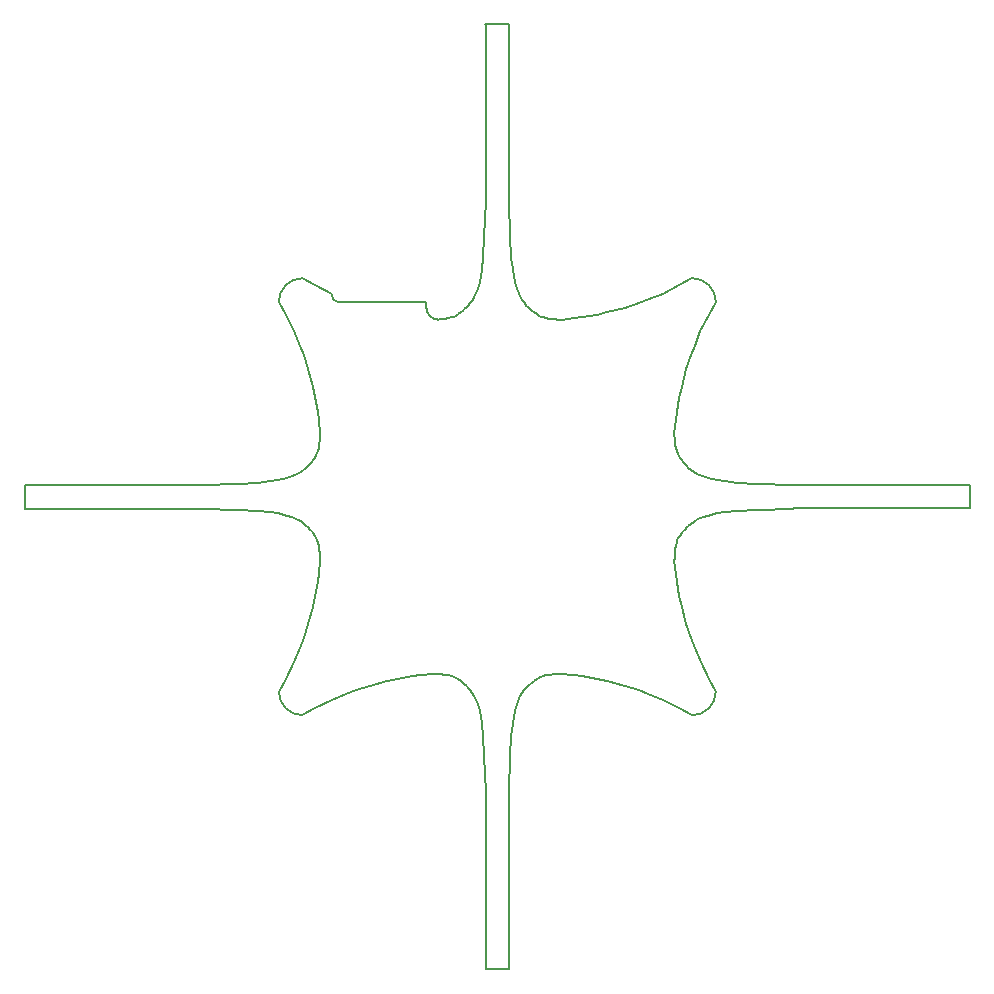
<source format=gm1>
%TF.GenerationSoftware,KiCad,Pcbnew,6.0.2-378541a8eb~116~ubuntu20.04.1*%
%TF.CreationDate,2022-03-13T20:34:00-06:00*%
%TF.ProjectId,Crazyflie contol board,4372617a-7966-46c6-9965-20636f6e746f,F*%
%TF.SameCoordinates,Original*%
%TF.FileFunction,Profile,NP*%
%FSLAX46Y46*%
G04 Gerber Fmt 4.6, Leading zero omitted, Abs format (unit mm)*
G04 Created by KiCad (PCBNEW 6.0.2-378541a8eb~116~ubuntu20.04.1) date 2022-03-13 20:34:00*
%MOMM*%
%LPD*%
G01*
G04 APERTURE LIST*
%TA.AperFunction,Profile*%
%ADD10C,0.200660*%
%TD*%
%TA.AperFunction,Profile*%
%ADD11C,0.200000*%
%TD*%
G04 APERTURE END LIST*
D10*
X99999800Y-99999800D02*
X115001040Y-100002340D01*
X99999800Y-102003860D02*
X100000000Y-99999800D01*
X139000000Y-126000000D02*
X139000000Y-141000000D01*
X141000000Y-61000000D02*
X141000000Y-76000000D01*
X139000000Y-76000000D02*
X139000000Y-61000000D01*
X99999800Y-102003860D02*
X114999720Y-102003100D01*
X165000000Y-102000000D02*
X180000000Y-102000000D01*
X179999640Y-99999800D02*
X180000000Y-102000000D01*
X141000000Y-126000000D02*
X141000000Y-141000000D01*
X165000000Y-100000000D02*
X180000000Y-100000000D01*
X138998960Y-61003180D02*
X141000480Y-61003180D01*
X141000000Y-141000000D02*
X139000000Y-141000000D01*
D11*
%TO.C,PCB_EDGE2*%
X160259720Y-99833100D02*
X161969720Y-99913100D01*
D10*
X156380180Y-98712020D02*
X156169360Y-98534220D01*
X157899100Y-85603080D02*
X158501080Y-84500720D01*
D11*
X159259720Y-99703100D02*
X160256220Y-99833100D01*
X141089720Y-79033100D02*
X140999720Y-76003100D01*
X141892020Y-83980020D02*
X141719720Y-83583100D01*
D10*
X152801320Y-84300060D02*
X154002740Y-83799680D01*
X142120620Y-84383880D02*
X142303500Y-84637880D01*
X148402040Y-85600540D02*
X149301200Y-85399880D01*
X150802340Y-85001100D02*
X152001220Y-84599780D01*
D11*
X141419720Y-82413100D02*
X141299720Y-81743100D01*
D10*
X155402280Y-83101180D02*
X156502100Y-82501740D01*
D11*
X141978380Y-84157820D02*
X141892020Y-83980020D01*
D10*
X143680180Y-85752940D02*
X143852900Y-85821520D01*
X155171140Y-97111820D02*
X155100020Y-96852740D01*
D11*
X157419720Y-99283100D02*
X157839720Y-99413100D01*
D10*
X155000960Y-95793560D02*
X155000960Y-95572580D01*
X155361640Y-97543620D02*
X155260040Y-97345500D01*
X147203160Y-85801200D02*
X148402040Y-85600540D01*
X145435320Y-86001860D02*
X146502120Y-85900260D01*
X156872940Y-99044760D02*
X156659580Y-98912680D01*
X143499840Y-85664040D02*
X143680180Y-85752940D01*
X155600400Y-91704160D02*
X155999180Y-90203020D01*
X142930880Y-85272880D02*
X143098520Y-85402420D01*
X155059380Y-96613980D02*
X155008580Y-96139000D01*
D11*
X141299720Y-81743100D02*
X141169720Y-80749140D01*
D10*
X156400500Y-89004140D02*
X156700220Y-88204040D01*
X144388840Y-85943440D02*
X144868900Y-85994240D01*
X155999180Y-90203020D02*
X156400500Y-89004140D01*
X142468600Y-84833460D02*
X142303500Y-84637880D01*
X157200600Y-87002620D02*
X157899100Y-85603080D01*
X156029660Y-98402140D02*
X155859480Y-98224340D01*
X155859480Y-98224340D02*
X155729940Y-98071940D01*
X155008580Y-96139000D02*
X155000960Y-95793560D01*
X155600400Y-97904300D02*
X155450540Y-97683320D01*
X145171160Y-85999320D02*
X145435320Y-86001860D01*
D11*
X161969720Y-99913100D02*
X164999720Y-100003100D01*
D10*
X149301200Y-85399880D02*
X150802340Y-85001100D01*
X142468600Y-84833460D02*
X142600680Y-84973160D01*
X142778480Y-85143340D02*
X142930880Y-85272880D01*
D11*
X157839720Y-99413100D02*
X158597600Y-99583100D01*
X158599720Y-99583100D02*
X159259720Y-99703100D01*
D10*
X155000960Y-95572580D02*
X155100020Y-94503240D01*
X155100020Y-94503240D02*
X155199080Y-93802200D01*
D11*
X156869720Y-99043100D02*
X157069720Y-99143100D01*
X157069720Y-99143100D02*
X157419720Y-99283100D01*
D10*
X146502120Y-85900260D02*
X147203160Y-85801200D01*
X143319500Y-85552280D02*
X143499840Y-85664040D01*
X156700220Y-88204040D02*
X157200600Y-87002620D01*
D11*
X141589720Y-83163100D02*
X141419720Y-82413100D01*
D10*
X143852900Y-85821520D02*
X144150080Y-85902800D01*
X156169360Y-98534220D02*
X156029660Y-98402140D01*
X155199080Y-93802200D02*
X155399740Y-92603320D01*
X141978380Y-84157820D02*
X142120620Y-84383880D01*
X154002740Y-83799680D02*
X155402280Y-83101180D01*
X152001220Y-84599780D02*
X152801320Y-84300060D01*
X143098520Y-85402420D02*
X143319500Y-85552280D01*
D11*
X141169720Y-80746600D02*
X141089720Y-79033100D01*
D10*
X155729940Y-98071940D02*
X155600400Y-97904300D01*
X155450540Y-97683320D02*
X155361640Y-97543620D01*
X144868900Y-85994240D02*
X145173700Y-85999320D01*
X142600680Y-84973160D02*
X142778480Y-85143340D01*
X155100020Y-96852740D02*
X155059380Y-96613980D01*
X155260040Y-97345500D02*
X155171140Y-97111820D01*
X155399740Y-92603320D02*
X155600400Y-91704160D01*
X144150080Y-85902800D02*
X144388840Y-85943440D01*
D11*
X141719720Y-83583100D02*
X141589720Y-83163100D01*
D10*
X156659580Y-98912680D02*
X156380180Y-98712020D01*
X158501080Y-84500720D02*
G75*
G03*
X156502100Y-82501740I-2001518J-2538D01*
G01*
%TO.C,PCB_EDGE1*%
X136319260Y-85752940D02*
X136138920Y-85824060D01*
X136679940Y-85552280D02*
X136499600Y-85664040D01*
X124749560Y-97322640D02*
X124820680Y-97142300D01*
X137398760Y-84973160D02*
X137220960Y-85143340D01*
D11*
X138279720Y-83583100D02*
X138409720Y-83163100D01*
D10*
X137530840Y-84833460D02*
X137398760Y-84973160D01*
D11*
X122585480Y-99280980D02*
X122156220Y-99410520D01*
D10*
X124139960Y-98224340D02*
X124269500Y-98071940D01*
X124599700Y-83103720D02*
X123499880Y-82504280D01*
X136499600Y-85664040D02*
X136319260Y-85752940D01*
X123997720Y-90200480D02*
X123596400Y-89001600D01*
X137708640Y-84622640D02*
X137530840Y-84833460D01*
X124548900Y-97683320D02*
X124660660Y-97502980D01*
D11*
X121401840Y-99583240D02*
X120728740Y-99705160D01*
D10*
X122097800Y-85600540D02*
X121498360Y-84500720D01*
X123167140Y-99021900D02*
X123400820Y-98877120D01*
X123400820Y-98877120D02*
X123804680Y-98559620D01*
X138043920Y-84127340D02*
X137909300Y-84343240D01*
X124597160Y-92600780D02*
X124396500Y-91701620D01*
D11*
X138579860Y-82417920D02*
X138699720Y-81743100D01*
D10*
X124396500Y-91701620D02*
X123997720Y-90200480D01*
X124940060Y-96613980D02*
X124990860Y-96136460D01*
X123987560Y-98386900D02*
X124139960Y-98224340D01*
X134000240Y-85003640D02*
X134000240Y-84503260D01*
X135610600Y-85943440D02*
X135138160Y-85994240D01*
X124990860Y-96133920D02*
X124998480Y-95793560D01*
D11*
X138043920Y-84127340D02*
X138139720Y-83933100D01*
D10*
X123596400Y-89001600D02*
X123296680Y-88201500D01*
X124896880Y-94500700D02*
X124797820Y-93799660D01*
X125999240Y-84002880D02*
X125999240Y-83802220D01*
D11*
X138409680Y-83163100D02*
X138579720Y-82415380D01*
D10*
X124998480Y-95791020D02*
X124993400Y-95577660D01*
D11*
X122156220Y-99410520D02*
X121399720Y-99583100D01*
X138828780Y-80751680D02*
X138909720Y-79033100D01*
D10*
X137909300Y-84343240D02*
X137708640Y-84622640D01*
X124797820Y-93799660D02*
X124597160Y-92600780D01*
X124660660Y-97502980D02*
X124749560Y-97322640D01*
X135849360Y-85902800D02*
X135610600Y-85943440D01*
X134000240Y-84503260D02*
X126499620Y-84503260D01*
X136900920Y-85402420D02*
X136679940Y-85552280D01*
D11*
X123167140Y-99021900D02*
X122902980Y-99153980D01*
D10*
X124993400Y-95577660D02*
X124896880Y-94500700D01*
X124820680Y-97142300D02*
X124899420Y-96852740D01*
X134998460Y-86001860D02*
X135140700Y-85994240D01*
X137068560Y-85272880D02*
X136900920Y-85402420D01*
X123296680Y-88201500D02*
X122796300Y-87000080D01*
D11*
X120728740Y-99705160D02*
X119749720Y-99833100D01*
X138699720Y-81743100D02*
X138828780Y-80751680D01*
D10*
X125999240Y-83802220D02*
X124599700Y-83103720D01*
D11*
X138139720Y-83933100D02*
X138279720Y-83583100D01*
D10*
X124899420Y-96852740D02*
X124940060Y-96613980D01*
X122796300Y-87000080D02*
X122097800Y-85600540D01*
X124399040Y-97904300D02*
X124548900Y-97683320D01*
D11*
X118029720Y-99913100D02*
X114999720Y-100003100D01*
X119749720Y-99833100D02*
X118029720Y-99913100D01*
X122902980Y-99153980D02*
X122585480Y-99280980D01*
D10*
X136138920Y-85824060D02*
X135849360Y-85902800D01*
D11*
X138909720Y-79033100D02*
X138999720Y-76003100D01*
D10*
X124269500Y-98071940D02*
X124399040Y-97904300D01*
X137220960Y-85143340D02*
X137068560Y-85272880D01*
X123804680Y-98559620D02*
X123987560Y-98386900D01*
X123499880Y-82501738D02*
G75*
G03*
X121498360Y-84500720I1J-2001523D01*
G01*
X125999240Y-84002880D02*
G75*
G03*
X126499620Y-84503260I500380J0D01*
G01*
X134000240Y-85003640D02*
G75*
G03*
X134998460Y-86001860I998220J0D01*
G01*
%TO.C,PCB_EDGE3*%
X156845000Y-102981760D02*
X156618940Y-103124000D01*
X156702760Y-113804700D02*
X157203140Y-115006120D01*
X155059380Y-105392220D02*
X155008580Y-105872280D01*
D11*
X141589720Y-118843100D02*
X141419720Y-119600980D01*
D10*
X157901640Y-116405660D02*
X158501080Y-117505480D01*
X144150080Y-116103400D02*
X144388840Y-116062760D01*
D11*
X159259720Y-102303100D02*
X160253680Y-102173100D01*
D10*
X155600400Y-104101900D02*
X155450540Y-104322880D01*
D11*
X161969720Y-102093100D02*
X164999720Y-102003100D01*
D10*
X148399500Y-116403120D02*
X149298660Y-116603780D01*
X157203140Y-115006120D02*
X157901640Y-116405660D01*
X149298660Y-116603780D02*
X150799800Y-117002560D01*
X144863820Y-116011960D02*
X145209260Y-116004340D01*
X155000960Y-106438700D02*
X155102560Y-107505500D01*
X155100020Y-105153460D02*
X155059380Y-105392220D01*
X156029660Y-103604060D02*
X155859480Y-103781860D01*
X155008580Y-105872280D02*
X155003500Y-106177080D01*
X155249880Y-104683560D02*
X155181300Y-104856280D01*
X156001720Y-111805720D02*
X156403040Y-113004600D01*
D11*
X141299720Y-120263100D02*
X141169720Y-121259600D01*
D10*
X143098520Y-116603780D02*
X143319500Y-116453920D01*
X142290800Y-117383560D02*
X142468600Y-117172740D01*
X142090140Y-117662960D02*
X142290800Y-117383560D01*
X156618940Y-103124000D02*
X156364940Y-103306880D01*
X142930880Y-116733320D02*
X143098520Y-116603780D01*
D11*
X158589720Y-102423100D02*
X159259720Y-102303100D01*
X157419720Y-102723100D02*
X157839720Y-102593100D01*
D10*
X156169360Y-103471980D02*
X156364940Y-103306880D01*
X143657320Y-116263420D02*
X143891000Y-116174520D01*
X155450540Y-104322880D02*
X155338780Y-104503220D01*
X155003500Y-106174540D02*
X155000960Y-106438700D01*
X145430240Y-116004340D02*
X146499580Y-116103400D01*
X156403040Y-113004600D02*
X156702760Y-113804700D01*
X142468600Y-117172740D02*
X142600680Y-117033040D01*
D11*
X141719720Y-118423100D02*
X141589720Y-118843100D01*
D10*
X142600680Y-117033040D02*
X142778480Y-116862860D01*
X155402280Y-109405420D02*
X155602940Y-110304580D01*
D11*
X141169720Y-121263100D02*
X141089720Y-122973100D01*
D10*
X144388840Y-116062760D02*
X144863820Y-116011960D01*
X155729940Y-103934260D02*
X155600400Y-104101900D01*
X156169360Y-103471980D02*
X156029660Y-103604060D01*
X152798780Y-117703600D02*
X154000200Y-118203980D01*
D11*
X141859720Y-118073100D02*
X141719720Y-118423100D01*
X141419720Y-119603100D02*
X141299720Y-120263100D01*
D10*
X142778480Y-116862860D02*
X142930880Y-116733320D01*
X146499580Y-116103400D02*
X147200620Y-116202460D01*
X143319500Y-116453920D02*
X143459200Y-116365020D01*
X151998680Y-117403880D02*
X152798780Y-117703600D01*
X155338780Y-104503220D02*
X155249880Y-104683560D01*
X150799800Y-117002560D02*
X151998680Y-117403880D01*
X155201620Y-108206540D02*
X155402280Y-109405420D01*
X155859480Y-103781860D02*
X155729940Y-103934260D01*
D11*
X141089720Y-122973100D02*
X140999720Y-126003100D01*
D10*
X155602940Y-110304580D02*
X156001720Y-111805720D01*
X145209260Y-116004340D02*
X145430240Y-116004340D01*
X147200620Y-116202460D02*
X148399500Y-116403120D01*
X154000200Y-118203980D02*
X155399740Y-118902480D01*
D11*
X156845000Y-102981760D02*
X157022800Y-102895400D01*
D10*
X141958060Y-117876320D02*
X142090140Y-117662960D01*
X143459200Y-116365020D02*
X143657320Y-116263420D01*
X155102560Y-107505500D02*
X155201620Y-108206540D01*
D11*
X157022800Y-102895400D02*
X157419720Y-102723100D01*
X157839720Y-102593100D02*
X158589720Y-102423100D01*
D10*
X155399740Y-118902480D02*
X156502100Y-119504460D01*
X155181300Y-104856280D02*
X155100020Y-105153460D01*
D11*
X160256220Y-102173100D02*
X161969720Y-102093100D01*
X141959720Y-117873100D02*
X141859720Y-118073100D01*
D10*
X143891000Y-116174520D02*
X144150080Y-116103400D01*
X156502100Y-119504460D02*
G75*
G03*
X158501080Y-117505480I-2538J2001518D01*
G01*
%TO.C,PCB_EDGE4*%
X124940060Y-105392220D02*
X124990860Y-105867200D01*
X134564120Y-116004340D02*
X133497320Y-116105940D01*
D11*
X138107420Y-118026180D02*
X138279720Y-118423100D01*
D10*
X124548900Y-104322880D02*
X124637800Y-104462580D01*
D11*
X118029720Y-102093100D02*
X114999720Y-102003100D01*
X138829720Y-121259600D02*
X138909720Y-122973100D01*
D10*
X136146540Y-116184680D02*
X135849360Y-116103400D01*
D11*
X138909720Y-122973100D02*
X138999720Y-126003100D01*
D10*
X137220960Y-116862860D02*
X137068560Y-116733320D01*
X137068560Y-116733320D02*
X136900920Y-116603780D01*
X124800360Y-108204000D02*
X124599700Y-109402880D01*
X124899420Y-105153460D02*
X124940060Y-105392220D01*
X124399040Y-110302040D02*
X124000260Y-111803180D01*
D11*
X138699720Y-120263100D02*
X138829720Y-121257060D01*
X122929720Y-102863100D02*
X122579720Y-102723100D01*
D10*
X124998480Y-106212640D02*
X124998480Y-106433620D01*
X131597400Y-116405660D02*
X130698240Y-116606320D01*
X123339860Y-103093520D02*
X123619260Y-103294180D01*
X124599700Y-109402880D02*
X124399040Y-110302040D01*
X136900920Y-116603780D02*
X136679940Y-116453920D01*
D11*
X138409720Y-118843100D02*
X138579720Y-119593100D01*
D10*
X124000260Y-111803180D02*
X123598940Y-113002060D01*
X138021060Y-117848380D02*
X137878820Y-117622320D01*
X122100340Y-116403120D02*
X121498360Y-117505480D01*
X124637800Y-104462580D02*
X124739400Y-104660700D01*
D11*
X121399720Y-102423100D02*
X120739720Y-102303100D01*
D10*
X124269500Y-103934260D02*
X124399040Y-104101900D01*
X130698240Y-116606320D02*
X129197100Y-117005100D01*
X127998220Y-117406420D02*
X127198120Y-117706140D01*
X124139960Y-103781860D02*
X124269500Y-103934260D01*
X123299220Y-113802160D02*
X122798840Y-115003580D01*
X123969780Y-103604060D02*
X124139960Y-103781860D01*
X137530840Y-117172740D02*
X137398760Y-117033040D01*
X124899420Y-107502960D02*
X124800360Y-108204000D01*
D11*
X122159720Y-102593100D02*
X121401840Y-102423100D01*
D10*
X123598940Y-113002060D02*
X123299220Y-113802160D01*
X137530840Y-117172740D02*
X137695940Y-117368320D01*
X123619260Y-103294180D02*
X123830080Y-103471980D01*
X137878820Y-117622320D02*
X137695940Y-117368320D01*
X124399040Y-104101900D02*
X124548900Y-104322880D01*
X135849360Y-116103400D02*
X135610600Y-116062760D01*
X123830080Y-103471980D02*
X123969780Y-103604060D01*
X122798840Y-115003580D02*
X122100340Y-116403120D01*
X132796280Y-116205000D02*
X131597400Y-116405660D01*
X134828280Y-116006880D02*
X134564120Y-116004340D01*
X136319260Y-116253260D02*
X136146540Y-116184680D01*
D11*
X138579720Y-119593100D02*
X138699720Y-120263100D01*
D10*
X136499600Y-116342160D02*
X136319260Y-116253260D01*
X124597160Y-118905020D02*
X123497340Y-119504460D01*
D11*
X123129720Y-102963100D02*
X122929720Y-102863100D01*
D10*
X127198120Y-117706140D02*
X125996700Y-118206520D01*
D11*
X138021060Y-117848380D02*
X138107420Y-118026180D01*
X120739720Y-102303100D02*
X119755920Y-102174040D01*
D10*
X123126500Y-102961440D02*
X123339860Y-103093520D01*
X129197100Y-117005100D02*
X127998220Y-117406420D01*
X133497320Y-116105940D02*
X132796280Y-116205000D01*
X136679940Y-116453920D02*
X136499600Y-116342160D01*
X135130540Y-116011960D02*
X134825740Y-116006880D01*
X125996700Y-118206520D02*
X124597160Y-118905020D01*
X137398760Y-117033040D02*
X137220960Y-116862860D01*
X124998480Y-106433620D02*
X124899420Y-107502960D01*
X124739400Y-104660700D02*
X124828300Y-104894380D01*
X135610600Y-116062760D02*
X135130540Y-116011960D01*
D11*
X138279720Y-118423100D02*
X138409720Y-118843100D01*
X122579720Y-102723100D02*
X122159720Y-102593100D01*
D10*
X124990860Y-105867200D02*
X124998480Y-106212640D01*
X124828300Y-104894380D02*
X124899420Y-105153460D01*
D11*
X119755920Y-102174040D02*
X118029720Y-102093100D01*
D10*
X121498360Y-117505480D02*
G75*
G03*
X123497340Y-119504460I2001518J2538D01*
G01*
%TD*%
M02*

</source>
